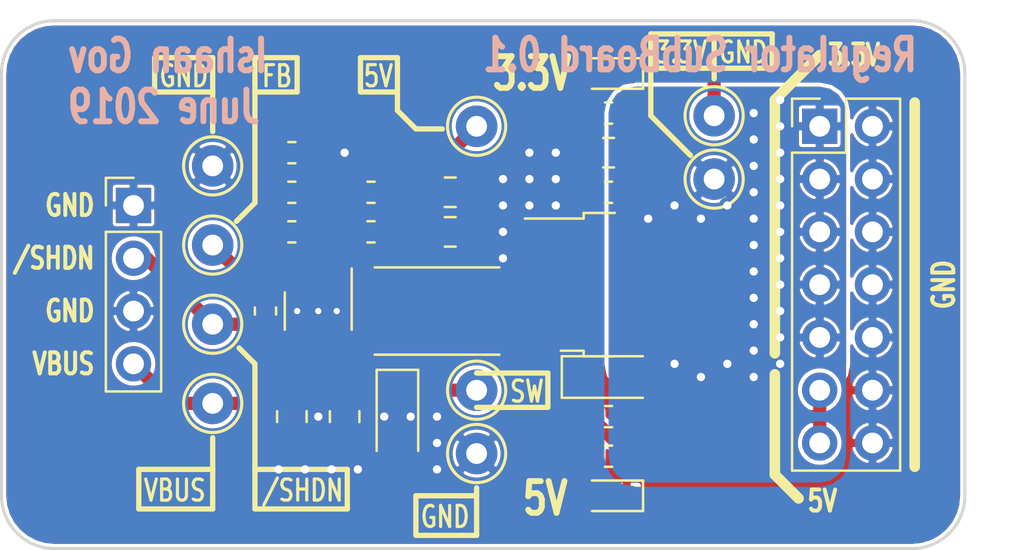
<source format=kicad_pcb>
(kicad_pcb (version 20171130) (host pcbnew "(5.1.2)-2")
  (layers (0 F.Cu signal) (31 B.Cu signal) (34 B.Paste user) (35 F.Paste user) (36 B.SilkS user) (37 F.SilkS user) (38 B.Mask user) (39 F.Mask user) (44 Edge.Cuts user))
  (net 0 "")
  (net 1 VBUS)
  (net 2 GND)
  (net 3 "Net-(C3-Pad1)")
  (net 4 "Net-(C3-Pad2)")
  (net 5 +5V)
  (net 6 +3V3)
  (net 7 "Net-(D2-Pad2)")
  (net 8 "Net-(D3-Pad2)")
  (net 9 "Net-(J1-Pad2)")
  (net 10 "Net-(R2-Pad1)")
  (net 11 "Net-(R2-Pad2)")
  (module Capacitor_SMD:C_0805_2012Metric_Pad1.15x1.40mm_HandSolder (layer F.Cu) (at 97.79 107.95 270)
    (fp_text reference C1 hide)
    (fp_text value 1u)
    (fp_line (start -0.261252 -0.71) (end 0.261252 -0.71) (layer F.SilkS) (width 0.12))
    (fp_line (start -0.261252 0.71) (end 0.261252 0.71) (layer F.SilkS) (width 0.12))
    (pad 1 smd roundrect (at -1.025 0 270) (size 1.15 1.4) (layers F.Cu F.Paste F.Mask) (roundrect_rratio 0.217391) (net 1 VBUS))
    (pad 2 smd roundrect (at 1.025 0 270) (size 1.15 1.4) (layers F.Cu F.Paste F.Mask) (roundrect_rratio 0.217391) (net 2 GND))
  )
  (module Capacitor_SMD:C_0805_2012Metric_Pad1.15x1.40mm_HandSolder (layer F.Cu) (at 95.25 107.95 270)
    (fp_text reference C2 hide)
    (fp_text value 1u)
    (fp_line (start -0.261252 -0.71) (end 0.261252 -0.71) (layer F.SilkS) (width 0.12))
    (fp_line (start -0.261252 0.71) (end 0.261252 0.71) (layer F.SilkS) (width 0.12))
    (pad 1 smd roundrect (at -1.025 0 270) (size 1.15 1.4) (layers F.Cu F.Paste F.Mask) (roundrect_rratio 0.217391) (net 1 VBUS))
    (pad 2 smd roundrect (at 1.025 0 270) (size 1.15 1.4) (layers F.Cu F.Paste F.Mask) (roundrect_rratio 0.217391) (net 2 GND))
  )
  (module Capacitor_SMD:C_0603_1608Metric_Pad1.05x0.95mm_HandSolder (layer F.Cu) (at 99.06 99.06)
    (fp_text reference C3 hide)
    (fp_text value 100n)
    (fp_line (start -0.171267 -0.51) (end 0.171267 -0.51) (layer F.SilkS) (width 0.12))
    (fp_line (start -0.171267 0.51) (end 0.171267 0.51) (layer F.SilkS) (width 0.12))
    (pad 1 smd roundrect (at -0.875 0) (size 1.05 0.95) (layers F.Cu F.Paste F.Mask) (net 3 "Net-(C3-Pad1)"))
    (pad 2 smd roundrect (at 0.875 0) (size 1.05 0.95) (layers F.Cu F.Paste F.Mask) (net 4 "Net-(C3-Pad2)"))
  )
  (module Capacitor_SMD:C_0805_2012Metric_Pad1.15x1.40mm_HandSolder (layer F.Cu) (at 102.87 97.155)
    (fp_text reference C4 hide)
    (fp_text value 4u7)
    (fp_line (start -0.261252 0.71) (end 0.261252 0.71) (layer F.SilkS) (width 0.12))
    (fp_line (start -0.261252 -0.71) (end 0.261252 -0.71) (layer F.SilkS) (width 0.12))
    (pad 2 smd roundrect (at 1.025 0) (size 1.15 1.4) (layers F.Cu F.Paste F.Mask) (roundrect_rratio 0.217391) (net 2 GND))
    (pad 1 smd roundrect (at -1.025 0) (size 1.15 1.4) (layers F.Cu F.Paste F.Mask) (roundrect_rratio 0.217391) (net 5 +5V))
  )
  (module Capacitor_SMD:C_0805_2012Metric_Pad1.15x1.40mm_HandSolder (layer F.Cu) (at 102.87 99.06)
    (fp_text reference C5 hide)
    (fp_text value 4u7)
    (fp_line (start -0.261252 -0.71) (end 0.261252 -0.71) (layer F.SilkS) (width 0.12))
    (fp_line (start -0.261252 0.71) (end 0.261252 0.71) (layer F.SilkS) (width 0.12))
    (pad 1 smd roundrect (at -1.025 0) (size 1.15 1.4) (layers F.Cu F.Paste F.Mask) (roundrect_rratio 0.217391) (net 5 +5V))
    (pad 2 smd roundrect (at 1.025 0) (size 1.15 1.4) (layers F.Cu F.Paste F.Mask) (roundrect_rratio 0.217391) (net 2 GND))
  )
  (module Capacitor_SMD:C_0603_1608Metric_Pad1.05x0.95mm_HandSolder (layer F.Cu) (at 110.49 107.95)
    (fp_text reference C6 hide)
    (fp_text value 100n)
    (fp_line (start -0.171267 0.51) (end 0.171267 0.51) (layer F.SilkS) (width 0.12))
    (fp_line (start -0.171267 -0.51) (end 0.171267 -0.51) (layer F.SilkS) (width 0.12))
    (pad 2 smd roundrect (at 0.875 0) (size 1.05 0.95) (layers F.Cu F.Paste F.Mask) (net 2 GND))
    (pad 1 smd roundrect (at -0.875 0) (size 1.05 0.95) (layers F.Cu F.Paste F.Mask) (net 5 +5V))
  )
  (module Capacitor_SMD:C_0805_2012Metric_Pad1.15x1.40mm_HandSolder (layer F.Cu) (at 110.49 95.25 180)
    (fp_text reference C7 hide)
    (fp_text value 4u7)
    (fp_line (start -0.261252 0.71) (end 0.261252 0.71) (layer F.SilkS) (width 0.12))
    (fp_line (start -0.261252 -0.71) (end 0.261252 -0.71) (layer F.SilkS) (width 0.12))
    (pad 2 smd roundrect (at 1.025 0 180) (size 1.15 1.4) (layers F.Cu F.Paste F.Mask) (roundrect_rratio 0.217391) (net 2 GND))
    (pad 1 smd roundrect (at -1.025 0 180) (size 1.15 1.4) (layers F.Cu F.Paste F.Mask) (roundrect_rratio 0.217391) (net 6 +3V3))
  )
  (module Capacitor_SMD:C_0603_1608Metric_Pad1.05x0.95mm_HandSolder (layer F.Cu) (at 110.49 97.155 180)
    (fp_text reference C8 hide)
    (fp_text value 100n)
    (fp_line (start -0.171267 -0.51) (end 0.171267 -0.51) (layer F.SilkS) (width 0.12))
    (fp_line (start -0.171267 0.51) (end 0.171267 0.51) (layer F.SilkS) (width 0.12))
    (pad 1 smd roundrect (at -0.875 0 180) (size 1.05 0.95) (layers F.Cu F.Paste F.Mask) (net 6 +3V3))
    (pad 2 smd roundrect (at 0.875 0 180) (size 1.05 0.95) (layers F.Cu F.Paste F.Mask) (net 2 GND))
  )
  (module Diode_SMD:D_SOD-123 (layer F.Cu) (at 100.33 107.95 270)
    (fp_text reference D1 hide)
    (fp_text value 80V)
    (fp_line (start -2.25 -1) (end -2.25 1) (layer F.SilkS) (width 0.12))
    (fp_line (start -2.25 1) (end 1.65 1) (layer F.SilkS) (width 0.12))
    (fp_line (start -2.25 -1) (end 1.65 -1) (layer F.SilkS) (width 0.12))
    (pad 1 smd rect (at -1.65 0 270) (size 0.9 1.2) (layers F.Cu F.Paste F.Mask) (net 4 "Net-(C3-Pad2)"))
    (pad 2 smd rect (at 1.65 0 270) (size 0.9 1.2) (layers F.Cu F.Paste F.Mask) (net 2 GND))
  )
  (module LED_SMD:LED_0603_1608Metric_Pad1.05x0.95mm_HandSolder (layer F.Cu) (at 110.49 111.76 180)
    (fp_text reference D2 hide)
    (fp_text value RED)
    (fp_line (start -1.66 0.735) (end 0.8 0.735) (layer F.SilkS) (width 0.12))
    (fp_line (start -1.66 -0.735) (end -1.66 0.735) (layer F.SilkS) (width 0.12))
    (fp_line (start 0.8 -0.735) (end -1.66 -0.735) (layer F.SilkS) (width 0.12))
    (pad 2 smd roundrect (at 0.875 0 180) (size 1.05 0.95) (layers F.Cu F.Paste F.Mask) (net 7 "Net-(D2-Pad2)"))
    (pad 1 smd roundrect (at -0.875 0 180) (size 1.05 0.95) (layers F.Cu F.Paste F.Mask) (net 2 GND))
  )
  (module LED_SMD:LED_0603_1608Metric_Pad1.05x0.95mm_HandSolder (layer F.Cu) (at 110.49 91.44 180)
    (fp_text reference D3 hide)
    (fp_text value RED)
    (fp_line (start 0.8 -0.735) (end -1.66 -0.735) (layer F.SilkS) (width 0.12))
    (fp_line (start -1.66 -0.735) (end -1.66 0.735) (layer F.SilkS) (width 0.12))
    (fp_line (start -1.66 0.735) (end 0.8 0.735) (layer F.SilkS) (width 0.12))
    (pad 1 smd roundrect (at -0.875 0 180) (size 1.05 0.95) (layers F.Cu F.Paste F.Mask) (net 2 GND))
    (pad 2 smd roundrect (at 0.875 0 180) (size 1.05 0.95) (layers F.Cu F.Paste F.Mask) (net 8 "Net-(D3-Pad2)"))
  )
  (module Connector_PinHeader_2.54mm:PinHeader_1x04_P2.54mm_Vertical (layer F.Cu) (at 87.63 97.79)
    (fp_text reference J1 hide)
    (fp_text value Conn_01x04)
    (fp_line (start -1.33 8.95) (end 1.33 8.95) (layer F.SilkS) (width 0.12))
    (fp_line (start -1.33 1.27) (end -1.33 8.95) (layer F.SilkS) (width 0.12))
    (fp_line (start 1.33 1.27) (end 1.33 8.95) (layer F.SilkS) (width 0.12))
    (fp_line (start -1.33 1.27) (end 1.33 1.27) (layer F.SilkS) (width 0.12))
    (fp_line (start -1.33 0) (end -1.33 -1.33) (layer F.SilkS) (width 0.12))
    (fp_line (start -1.33 -1.33) (end 0 -1.33) (layer F.SilkS) (width 0.12))
    (pad 1 thru_hole rect (at 0 0) (size 1.7 1.7) (drill 1) (layers *.Cu *.Mask) (net 2 GND))
    (pad 2 thru_hole oval (at 0 2.54) (size 1.7 1.7) (drill 1) (layers *.Cu *.Mask) (net 9 "Net-(J1-Pad2)"))
    (pad 3 thru_hole oval (at 0 5.08) (size 1.7 1.7) (drill 1) (layers *.Cu *.Mask) (net 2 GND))
    (pad 4 thru_hole oval (at 0 7.62) (size 1.7 1.7) (drill 1) (layers *.Cu *.Mask) (net 1 VBUS))
  )
  (module Connector_PinHeader_2.54mm:PinHeader_2x07_P2.54mm_Vertical (layer F.Cu) (at 120.65 93.98)
    (fp_text reference J2 hide)
    (fp_text value Conn_02x07_Odd_Even)
    (fp_line (start -1.33 16.57) (end 3.87 16.57) (layer F.SilkS) (width 0.12))
    (fp_line (start -1.33 1.27) (end -1.33 16.57) (layer F.SilkS) (width 0.12))
    (fp_line (start 3.87 -1.33) (end 3.87 16.57) (layer F.SilkS) (width 0.12))
    (fp_line (start -1.33 1.27) (end 1.27 1.27) (layer F.SilkS) (width 0.12))
    (fp_line (start 1.27 1.27) (end 1.27 -1.33) (layer F.SilkS) (width 0.12))
    (fp_line (start 1.27 -1.33) (end 3.87 -1.33) (layer F.SilkS) (width 0.12))
    (fp_line (start -1.33 0) (end -1.33 -1.33) (layer F.SilkS) (width 0.12))
    (fp_line (start -1.33 -1.33) (end 0 -1.33) (layer F.SilkS) (width 0.12))
    (pad 1 thru_hole rect (at 0 0) (size 1.7 1.7) (drill 1) (layers *.Cu *.Mask) (net 6 +3V3))
    (pad 2 thru_hole oval (at 2.54 0) (size 1.7 1.7) (drill 1) (layers *.Cu *.Mask) (net 2 GND))
    (pad 3 thru_hole oval (at 0 2.54) (size 1.7 1.7) (drill 1) (layers *.Cu *.Mask) (net 6 +3V3))
    (pad 4 thru_hole oval (at 2.54 2.54) (size 1.7 1.7) (drill 1) (layers *.Cu *.Mask) (net 2 GND))
    (pad 5 thru_hole oval (at 0 5.08) (size 1.7 1.7) (drill 1) (layers *.Cu *.Mask) (net 6 +3V3))
    (pad 6 thru_hole oval (at 2.54 5.08) (size 1.7 1.7) (drill 1) (layers *.Cu *.Mask) (net 2 GND))
    (pad 7 thru_hole oval (at 0 7.62) (size 1.7 1.7) (drill 1) (layers *.Cu *.Mask) (net 6 +3V3))
    (pad 8 thru_hole oval (at 2.54 7.62) (size 1.7 1.7) (drill 1) (layers *.Cu *.Mask) (net 2 GND))
    (pad 9 thru_hole oval (at 0 10.16) (size 1.7 1.7) (drill 1) (layers *.Cu *.Mask) (net 6 +3V3))
    (pad 10 thru_hole oval (at 2.54 10.16) (size 1.7 1.7) (drill 1) (layers *.Cu *.Mask) (net 2 GND))
    (pad 11 thru_hole oval (at 0 12.7) (size 1.7 1.7) (drill 1) (layers *.Cu *.Mask) (net 5 +5V))
    (pad 12 thru_hole oval (at 2.54 12.7) (size 1.7 1.7) (drill 1) (layers *.Cu *.Mask) (net 2 GND))
    (pad 13 thru_hole oval (at 0 15.24) (size 1.7 1.7) (drill 1) (layers *.Cu *.Mask) (net 5 +5V))
    (pad 14 thru_hole oval (at 2.54 15.24) (size 1.7 1.7) (drill 1) (layers *.Cu *.Mask) (net 2 GND))
  )
  (module Inductor_SMD:L_Taiyo-Yuden_NR-40xx_HandSoldering (layer F.Cu) (at 102.235 102.87)
    (fp_text reference L1 hide)
    (fp_text value 47uH)
    (fp_line (start -3 -2.1) (end 3 -2.1) (layer F.SilkS) (width 0.12))
    (fp_line (start -3 2.1) (end 3 2.1) (layer F.SilkS) (width 0.12))
    (pad 1 smd rect (at -1.9 0) (size 2.2 3.9) (layers F.Cu F.Paste F.Mask) (net 4 "Net-(C3-Pad2)"))
    (pad 2 smd rect (at 1.9 0) (size 2.2 3.9) (layers F.Cu F.Paste F.Mask) (net 5 +5V))
  )
  (module Resistor_SMD:R_0603_1608Metric_Pad1.05x0.95mm_HandSolder (layer F.Cu) (at 93.98 102.87 270)
    (fp_text reference R1 hide)
    (fp_text value 1k)
    (fp_line (start -0.171267 0.51) (end 0.171267 0.51) (layer F.SilkS) (width 0.12))
    (fp_line (start -0.171267 -0.51) (end 0.171267 -0.51) (layer F.SilkS) (width 0.12))
    (pad 2 smd roundrect (at 0.875 0 270) (size 1.05 0.95) (layers F.Cu F.Paste F.Mask) (net 9 "Net-(J1-Pad2)"))
    (pad 1 smd roundrect (at -0.875 0 270) (size 1.05 0.95) (layers F.Cu F.Paste F.Mask) (net 2 GND))
  )
  (module Resistor_SMD:R_0603_1608Metric_Pad1.05x0.95mm_HandSolder (layer F.Cu) (at 95.25 97.155)
    (fp_text reference R2 hide)
    (fp_text value 10k)
    (fp_line (start -0.171267 -0.51) (end 0.171267 -0.51) (layer F.SilkS) (width 0.12))
    (fp_line (start -0.171267 0.51) (end 0.171267 0.51) (layer F.SilkS) (width 0.12))
    (pad 1 smd roundrect (at -0.875 0) (size 1.05 0.95) (layers F.Cu F.Paste F.Mask) (net 10 "Net-(R2-Pad1)"))
    (pad 2 smd roundrect (at 0.875 0) (size 1.05 0.95) (layers F.Cu F.Paste F.Mask) (net 11 "Net-(R2-Pad2)"))
  )
  (module Resistor_SMD:R_0603_1608Metric_Pad1.05x0.95mm_HandSolder (layer F.Cu) (at 99.06 97.155)
    (fp_text reference R3 hide)
    (fp_text value 33K)
    (fp_line (start -0.171267 -0.51) (end 0.171267 -0.51) (layer F.SilkS) (width 0.12))
    (fp_line (start -0.171267 0.51) (end 0.171267 0.51) (layer F.SilkS) (width 0.12))
    (pad 1 smd roundrect (at -0.875 0) (size 1.05 0.95) (layers F.Cu F.Paste F.Mask) (net 11 "Net-(R2-Pad2)"))
    (pad 2 smd roundrect (at 0.875 0) (size 1.05 0.95) (layers F.Cu F.Paste F.Mask) (net 5 +5V))
  )
  (module Resistor_SMD:R_0603_1608Metric_Pad1.05x0.95mm_HandSolder (layer F.Cu) (at 95.25 95.25 180)
    (fp_text reference R4 hide)
    (fp_text value 1K)
    (fp_line (start -0.171267 0.51) (end 0.171267 0.51) (layer F.SilkS) (width 0.12))
    (fp_line (start -0.171267 -0.51) (end 0.171267 -0.51) (layer F.SilkS) (width 0.12))
    (pad 2 smd roundrect (at 0.875 0 180) (size 1.05 0.95) (layers F.Cu F.Paste F.Mask) (net 10 "Net-(R2-Pad1)"))
    (pad 1 smd roundrect (at -0.875 0 180) (size 1.05 0.95) (layers F.Cu F.Paste F.Mask) (net 2 GND))
  )
  (module Resistor_SMD:R_0603_1608Metric_Pad1.05x0.95mm_HandSolder (layer F.Cu) (at 95.25 99.06)
    (fp_text reference R5 hide)
    (fp_text value 10k)
    (fp_line (start -0.171267 -0.51) (end 0.171267 -0.51) (layer F.SilkS) (width 0.12))
    (fp_line (start -0.171267 0.51) (end 0.171267 0.51) (layer F.SilkS) (width 0.12))
    (pad 1 smd roundrect (at -0.875 0) (size 1.05 0.95) (layers F.Cu F.Paste F.Mask) (net 10 "Net-(R2-Pad1)"))
    (pad 2 smd roundrect (at 0.875 0) (size 1.05 0.95) (layers F.Cu F.Paste F.Mask) (net 11 "Net-(R2-Pad2)"))
  )
  (module Resistor_SMD:R_0603_1608Metric_Pad1.05x0.95mm_HandSolder (layer F.Cu) (at 110.49 109.855 180)
    (fp_text reference R6 hide)
    (fp_text value 390R)
    (fp_line (start -0.171267 -0.51) (end 0.171267 -0.51) (layer F.SilkS) (width 0.12))
    (fp_line (start -0.171267 0.51) (end 0.171267 0.51) (layer F.SilkS) (width 0.12))
    (pad 1 smd roundrect (at -0.875 0 180) (size 1.05 0.95) (layers F.Cu F.Paste F.Mask) (net 5 +5V))
    (pad 2 smd roundrect (at 0.875 0 180) (size 1.05 0.95) (layers F.Cu F.Paste F.Mask) (net 7 "Net-(D2-Pad2)"))
  )
  (module Resistor_SMD:R_0603_1608Metric_Pad1.05x0.95mm_HandSolder (layer F.Cu) (at 110.49 93.345 180)
    (fp_text reference R7 hide)
    (fp_text value 100R)
    (fp_line (start -0.171267 0.51) (end 0.171267 0.51) (layer F.SilkS) (width 0.12))
    (fp_line (start -0.171267 -0.51) (end 0.171267 -0.51) (layer F.SilkS) (width 0.12))
    (pad 2 smd roundrect (at 0.875 0 180) (size 1.05 0.95) (layers F.Cu F.Paste F.Mask) (net 8 "Net-(D3-Pad2)"))
    (pad 1 smd roundrect (at -0.875 0 180) (size 1.05 0.95) (layers F.Cu F.Paste F.Mask) (net 6 +3V3))
  )
  (module TestPoint:TestPoint_Keystone_5000-5004_Miniature (layer F.Cu) (at 91.44 107.315 90)
    (fp_text reference TP1 hide)
    (fp_text value TestPoint_Probe)
    (fp_circle (center 0 0) (end 1.4 0) (layer F.SilkS) (width 0.15))
    (pad 1 thru_hole circle (at 0 0 90) (size 2 2) (drill 1) (layers *.Cu *.Mask) (net 1 VBUS))
  )
  (module TestPoint:TestPoint_Keystone_5000-5004_Miniature (layer F.Cu) (at 91.44 103.505 90)
    (fp_text reference TP2 hide)
    (fp_text value TestPoint_Probe)
    (fp_circle (center 0 0) (end 1.4 0) (layer F.SilkS) (width 0.15))
    (pad 1 thru_hole circle (at 0 0 90) (size 2 2) (drill 1) (layers *.Cu *.Mask) (net 9 "Net-(J1-Pad2)"))
  )
  (module TestPoint:TestPoint_Keystone_5000-5004_Miniature (layer F.Cu) (at 104.14 106.68 90)
    (fp_text reference TP3 hide)
    (fp_text value TestPoint_Probe)
    (fp_circle (center 0 0) (end 1.4 0) (layer F.SilkS) (width 0.15))
    (pad 1 thru_hole circle (at 0 0 90) (size 2 2) (drill 1) (layers *.Cu *.Mask) (net 4 "Net-(C3-Pad2)"))
  )
  (module TestPoint:TestPoint_Keystone_5000-5004_Miniature (layer F.Cu) (at 91.44 99.695 90)
    (fp_text reference TP4 hide)
    (fp_text value TestPoint_Probe)
    (fp_circle (center 0 0) (end 1.4 0) (layer F.SilkS) (width 0.15))
    (pad 1 thru_hole circle (at 0 0 90) (size 2 2) (drill 1) (layers *.Cu *.Mask) (net 11 "Net-(R2-Pad2)"))
  )
  (module TestPoint:TestPoint_Keystone_5000-5004_Miniature (layer F.Cu) (at 104.14 93.98 270)
    (fp_text reference TP5 hide)
    (fp_text value TestPoint_Probe)
    (fp_circle (center 0 0) (end 1.4 0) (layer F.SilkS) (width 0.15))
    (pad 1 thru_hole circle (at 0 0 270) (size 2 2) (drill 1) (layers *.Cu *.Mask) (net 5 +5V))
  )
  (module TestPoint:TestPoint_Keystone_5000-5004_Miniature (layer F.Cu) (at 115.57 96.52 270)
    (fp_text reference TP6 hide)
    (fp_text value TestPoint_Probe)
    (fp_circle (center 0 0) (end 1.4 0) (layer F.SilkS) (width 0.15))
    (pad 1 thru_hole circle (at 0 0 270) (size 2 2) (drill 1) (layers *.Cu *.Mask) (net 6 +3V3))
  )
  (module Package_TO_SOT_SMD:SOT-23-6_Handsoldering (layer F.Cu) (at 96.52 102.87 270)
    (fp_text reference U1 hide)
    (fp_text value LMR16006)
    (fp_line (start -0.9 1.61) (end 0.9 1.61) (layer F.SilkS) (width 0.12))
    (fp_line (start 0.9 -1.61) (end -2.05 -1.61) (layer F.SilkS) (width 0.12))
    (pad 1 smd rect (at -1.35 -0.95 270) (size 1.56 0.65) (layers F.Cu F.Paste F.Mask) (net 3 "Net-(C3-Pad1)"))
    (pad 2 smd rect (at -1.35 0 270) (size 1.56 0.65) (layers F.Cu F.Paste F.Mask) (net 2 GND))
    (pad 3 smd rect (at -1.35 0.95 270) (size 1.56 0.65) (layers F.Cu F.Paste F.Mask) (net 11 "Net-(R2-Pad2)"))
    (pad 4 smd rect (at 1.35 0.95 270) (size 1.56 0.65) (layers F.Cu F.Paste F.Mask) (net 9 "Net-(J1-Pad2)"))
    (pad 6 smd rect (at 1.35 -0.95 270) (size 1.56 0.65) (layers F.Cu F.Paste F.Mask) (net 4 "Net-(C3-Pad2)"))
    (pad 5 smd rect (at 1.35 0 270) (size 1.56 0.65) (layers F.Cu F.Paste F.Mask) (net 1 VBUS))
  )
  (module Package_TO_SOT_SMD:TO-252-2 (layer F.Cu) (at 111.76 101.6)
    (fp_text reference U2 hide)
    (fp_text value ZLDO1117-33)
    (fp_line (start -0.97 -3.45) (end -2.47 -3.45) (layer F.SilkS) (width 0.12))
    (fp_line (start -2.47 -3.45) (end -2.47 -3.18) (layer F.SilkS) (width 0.12))
    (fp_line (start -2.47 -3.18) (end -5.3 -3.18) (layer F.SilkS) (width 0.12))
    (fp_line (start -0.97 3.45) (end -2.47 3.45) (layer F.SilkS) (width 0.12))
    (fp_line (start -2.47 3.45) (end -2.47 3.18) (layer F.SilkS) (width 0.12))
    (fp_line (start -2.47 3.18) (end -3.57 3.18) (layer F.SilkS) (width 0.12))
    (pad 1 smd rect (at -4.2 -2.28) (size 2.2 1.2) (layers F.Cu F.Paste F.Mask) (net 2 GND))
    (pad 3 smd rect (at -4.2 2.28) (size 2.2 1.2) (layers F.Cu F.Paste F.Mask) (net 5 +5V))
    (pad 2 smd rect (at 2.1 0) (size 6.4 5.8) (layers F.Cu F.Mask) (net 6 +3V3))
  )
  (module TestPoint:TestPoint_Keystone_5000-5004_Miniature (layer F.Cu) (at 91.44 95.885)
    (fp_text reference TP7 hide)
    (fp_text value TestPoint_Probe)
    (fp_circle (center 0 0) (end 1.4 0) (layer F.SilkS) (width 0.15))
    (pad 1 thru_hole circle (at 0 0) (size 2 2) (drill 1) (layers *.Cu *.Mask) (net 2 GND))
  )
  (module TestPoint:TestPoint_Keystone_5000-5004_Miniature (layer F.Cu) (at 115.57 93.472)
    (fp_text reference TP8 hide)
    (fp_text value TestPoint_Probe)
    (fp_circle (center 0 0) (end 1.4 0) (layer F.SilkS) (width 0.15))
    (pad 1 thru_hole circle (at 0 0) (size 2 2) (drill 1) (layers *.Cu *.Mask) (net 2 GND))
  )
  (module TestPoint:TestPoint_Keystone_5000-5004_Miniature (layer F.Cu) (at 104.14 109.728)
    (fp_text reference TP9 hide)
    (fp_text value TestPoint_Probe)
    (fp_circle (center 0 0) (end 1.4 0) (layer F.SilkS) (width 0.15))
    (pad 1 thru_hole circle (at 0 0) (size 2 2) (drill 1) (layers *.Cu *.Mask) (net 2 GND))
  )
  (module Diode_SMD:D_SOD-123 (layer F.Cu) (at 110.49 106.045)
    (fp_text reference D4 hide)
    (fp_text value 1N4448)
    (fp_line (start -2.25 -1) (end -2.25 1) (layer F.SilkS) (width 0.12))
    (fp_line (start -2.25 1) (end 1.65 1) (layer F.SilkS) (width 0.12))
    (fp_line (start -2.25 -1) (end 1.65 -1) (layer F.SilkS) (width 0.12))
    (pad 1 smd rect (at -1.65 0) (size 0.9 1.2) (layers F.Cu F.Paste F.Mask) (net 5 +5V))
    (pad 2 smd rect (at 1.65 0) (size 0.9 1.2) (layers F.Cu F.Paste F.Mask) (net 6 +3V3))
  )
  (gr_text "Ishaan Gov\nJune 2019" (at 84.328 91.821) (layer B.SilkS) (effects (font (size 1.524 1.143) (thickness 0.28575)) (justify right mirror)))
  (gr_text "Regulator SubBoard 0.1\n" (at 125.476 90.551) (layer B.SilkS) (effects (font (size 1.524 1.143) (thickness 0.28575)) (justify left mirror)))
  (gr_line (start 112.522 93.472) (end 114.427 95.377) (layer F.SilkS) (width 0.254))
  (gr_line (start 112.522 91.186) (end 115.57 91.186) (layer F.SilkS) (width 0.254))
  (gr_line (start 115.57 89.535) (end 112.522 89.535) (layer F.SilkS) (width 0.254))
  (gr_line (start 112.522 89.535) (end 112.522 93.472) (layer F.SilkS) (width 0.254))
  (gr_text "3.3V\n" (at 115.316 90.424) (layer F.SilkS) (effects (font (size 1.016 0.762) (thickness 0.1524)) (justify right)))
  (gr_line (start 115.57 91.694) (end 115.57 89.535) (layer F.SilkS) (width 0.254))
  (gr_line (start 118.364 89.535) (end 115.57 89.535) (layer F.SilkS) (width 0.254))
  (gr_line (start 115.57 91.186) (end 118.364 91.186) (layer F.SilkS) (width 0.254))
  (gr_line (start 118.364 89.535) (end 118.364 91.186) (layer F.SilkS) (width 0.254))
  (gr_text GND (at 118.237 90.424) (layer F.SilkS) (effects (font (size 1.016 0.762) (thickness 0.1524)) (justify right)))
  (gr_text 5V (at 107.442 111.887) (layer F.SilkS) (effects (font (size 1.524 1.143) (thickness 0.28575))))
  (gr_text 3.3V (at 106.807 91.44) (layer F.SilkS) (effects (font (size 1.524 1.143) (thickness 0.28575))))
  (gr_text GND (at 126.619 101.6 90) (layer F.SilkS) (effects (font (size 1.016 0.762) (thickness 0.1905))))
  (gr_line (start 125.222 92.837) (end 125.222 110.363) (layer F.SilkS) (width 0.508))
  (gr_text "5V\n" (at 120.777 112.014) (layer F.SilkS) (effects (font (size 1.016 0.762) (thickness 0.1905))))
  (gr_line (start 118.491 110.744) (end 119.634 111.887) (layer F.SilkS) (width 0.508))
  (gr_line (start 118.491 105.918) (end 118.491 110.744) (layer F.SilkS) (width 0.508))
  (gr_text "3.3V\n" (at 122.301 90.551) (layer F.SilkS) (effects (font (size 1.016 0.762) (thickness 0.1905))))
  (gr_line (start 118.491 92.71) (end 120.65 90.551) (layer F.SilkS) (width 0.508))
  (gr_line (start 118.491 104.902) (end 118.491 92.71) (layer F.SilkS) (width 0.508))
  (gr_line (start 104.14 105.8545) (end 107.569 105.8545) (layer F.SilkS) (width 0.254))
  (gr_line (start 107.569 107.5055) (end 104.14 107.5055) (layer F.SilkS) (width 0.254))
  (gr_line (start 107.569 105.8545) (end 107.569 107.5055) (layer F.SilkS) (width 0.254))
  (gr_text SW (at 105.664 106.7435) (layer F.SilkS) (effects (font (size 1.016 0.762) (thickness 0.1524)) (justify left)))
  (gr_line (start 101.219 111.76) (end 104.14 111.76) (layer F.SilkS) (width 0.254))
  (gr_line (start 104.14 113.665) (end 101.219 113.665) (layer F.SilkS) (width 0.254))
  (gr_line (start 101.219 113.665) (end 101.219 111.76) (layer F.SilkS) (width 0.254))
  (gr_line (start 104.14 111.379) (end 104.14 113.284) (layer F.SilkS) (width 0.254))
  (gr_line (start 104.14 113.284) (end 104.14 113.665) (layer F.SilkS) (width 0.254))
  (gr_text GND (at 103.886 112.776) (layer F.SilkS) (effects (font (size 1.016 0.762) (thickness 0.1524)) (justify right)))
  (gr_text 5V (at 100.203 91.567) (layer F.SilkS) (effects (font (size 1.016 0.762) (thickness 0.1524)) (justify right)))
  (gr_line (start 98.552 92.329) (end 100.33 92.329) (layer F.SilkS) (width 0.254))
  (gr_line (start 98.552 90.678) (end 98.552 92.329) (layer F.SilkS) (width 0.254))
  (gr_line (start 100.33 90.678) (end 98.552 90.678) (layer F.SilkS) (width 0.254))
  (gr_line (start 100.33 93.218) (end 100.33 90.678) (layer F.SilkS) (width 0.254))
  (gr_line (start 101.219 94.107) (end 100.33 93.218) (layer F.SilkS) (width 0.254))
  (gr_line (start 102.489 94.107) (end 101.219 94.107) (layer F.SilkS) (width 0.254))
  (gr_line (start 88.646 92.329) (end 91.44 92.329) (layer F.SilkS) (width 0.254))
  (gr_line (start 88.646 90.678) (end 88.646 92.329) (layer F.SilkS) (width 0.254))
  (gr_line (start 91.44 90.678) (end 88.646 90.678) (layer F.SilkS) (width 0.254))
  (gr_text GND (at 91.313 91.567) (layer F.SilkS) (effects (font (size 1.016 0.762) (thickness 0.1524)) (justify right)))
  (gr_line (start 91.44 94.234) (end 91.44 90.678) (layer F.SilkS) (width 0.254))
  (gr_line (start 95.504 92.329) (end 93.472 92.329) (layer F.SilkS) (width 0.254))
  (gr_line (start 95.504 90.678) (end 95.504 92.329) (layer F.SilkS) (width 0.254))
  (gr_line (start 93.472 90.678) (end 95.504 90.678) (layer F.SilkS) (width 0.254))
  (gr_text FB (at 93.726 91.567) (layer F.SilkS) (effects (font (size 1.016 0.762) (thickness 0.1524)) (justify left)))
  (gr_line (start 93.472 97.663) (end 93.472 90.678) (layer F.SilkS) (width 0.254))
  (gr_line (start 92.583 98.552) (end 93.472 97.663) (layer F.SilkS) (width 0.254))
  (gr_line (start 97.917 110.49) (end 93.472 110.49) (layer F.SilkS) (width 0.254))
  (gr_line (start 97.917 112.395) (end 97.917 110.49) (layer F.SilkS) (width 0.254))
  (gr_line (start 93.472 112.395) (end 97.917 112.395) (layer F.SilkS) (width 0.254))
  (gr_line (start 87.884 110.49) (end 91.44 110.49) (layer F.SilkS) (width 0.254))
  (gr_line (start 87.884 112.395) (end 87.884 110.49) (layer F.SilkS) (width 0.254))
  (gr_line (start 91.44 112.395) (end 87.884 112.395) (layer F.SilkS) (width 0.254))
  (gr_line (start 91.44 112.014) (end 91.44 112.395) (layer F.SilkS) (width 0.254))
  (gr_text VBUS (at 91.186 111.506) (layer F.SilkS) (effects (font (size 1.016 0.762) (thickness 0.1524)) (justify right)))
  (gr_line (start 91.44 108.966) (end 91.44 112.014) (layer F.SilkS) (width 0.254))
  (gr_text /SHDN (at 93.726 111.506) (layer F.SilkS) (effects (font (size 1.016 0.762) (thickness 0.1524)) (justify left)))
  (gr_line (start 93.472 105.41) (end 93.472 112.395) (layer F.SilkS) (width 0.254))
  (gr_line (start 92.71 104.648) (end 93.472 105.41) (layer F.SilkS) (width 0.254))
  (gr_text VBUS (at 85.852 105.41) (layer F.SilkS) (effects (font (size 1.016 0.762) (thickness 0.1905)) (justify right)))
  (gr_text GND (at 85.852 102.87) (layer F.SilkS) (effects (font (size 1.016 0.762) (thickness 0.1905)) (justify right)))
  (gr_text GND (at 85.852 97.79) (layer F.SilkS) (effects (font (size 1.016 0.762) (thickness 0.1905)) (justify right)))
  (gr_text /SHDN (at 85.852 100.33) (layer F.SilkS) (effects (font (size 1.016 0.762) (thickness 0.1905)) (justify right)))
  (gr_line (start 81.28 111.76) (end 81.28 91.44) (layer Edge.Cuts) (width 0.15))
  (gr_line (start 125.095 114.3) (end 83.82 114.3) (layer Edge.Cuts) (width 0.15))
  (gr_line (start 127.635 91.44) (end 127.635 111.76) (layer Edge.Cuts) (width 0.15))
  (gr_line (start 83.82 88.9) (end 125.095 88.9) (layer Edge.Cuts) (width 0.15))
  (gr_arc (start 83.82 91.44) (end 83.82 88.9) (angle -90) (layer Edge.Cuts) (width 0.15))
  (gr_arc (start 83.82 111.76) (end 81.28 111.76) (angle -90) (layer Edge.Cuts) (width 0.15))
  (gr_arc (start 125.095 111.76) (end 125.095 114.3) (angle -90) (layer Edge.Cuts) (width 0.15))
  (gr_arc (start 125.095 91.44) (end 127.635 91.44) (angle -90) (layer Edge.Cuts) (width 0.15))
  (segment (start 96.52 104.22) (end 96.52 106.925) (width 0.635) (layer F.Cu) (net 1))
  (segment (start 95.25 106.925) (end 96.52 106.925) (width 0.635) (layer F.Cu) (net 1))
  (segment (start 96.52 106.925) (end 97.79 106.925) (width 0.635) (layer F.Cu) (net 1))
  (segment (start 89.535 107.315) (end 87.63 105.41) (width 0.635) (layer F.Cu) (net 1))
  (segment (start 91.44 107.315) (end 89.535 107.315) (width 0.635) (layer F.Cu) (net 1))
  (segment (start 93.345 107.315) (end 91.44 107.315) (width 0.635) (layer F.Cu) (net 1))
  (segment (start 95.25 106.925) (end 93.735 106.925) (width 0.635) (layer F.Cu) (net 1))
  (segment (start 93.735 106.925) (end 93.345 107.315) (width 0.635) (layer F.Cu) (net 1))
  (via (at 96.52 107.95) (size 0.8) (drill 0.4) (layers F.Cu B.Cu) (net 2))
  (via (at 94.615 110.49) (size 0.8) (drill 0.4) (layers F.Cu B.Cu) (net 2))
  (via (at 95.885 110.49) (size 0.8) (drill 0.4) (layers F.Cu B.Cu) (net 2))
  (via (at 97.155 110.49) (size 0.8) (drill 0.4) (layers F.Cu B.Cu) (net 2))
  (via (at 98.425 110.49) (size 0.8) (drill 0.4) (layers F.Cu B.Cu) (net 2))
  (via (at 99.695 107.95) (size 0.8) (drill 0.4) (layers F.Cu B.Cu) (net 2))
  (via (at 100.965 107.95) (size 0.8) (drill 0.4) (layers F.Cu B.Cu) (net 2))
  (via (at 97.79 95.25) (size 0.8) (drill 0.4) (layers F.Cu B.Cu) (net 2))
  (via (at 105.41 96.52) (size 0.8) (drill 0.4) (layers F.Cu B.Cu) (net 2))
  (via (at 105.41 97.79) (size 0.8) (drill 0.4) (layers F.Cu B.Cu) (net 2))
  (via (at 105.41 99.06) (size 0.8) (drill 0.4) (layers F.Cu B.Cu) (net 2))
  (via (at 105.41 100.33) (size 0.8) (drill 0.4) (layers F.Cu B.Cu) (net 2))
  (via (at 106.68 97.79) (size 0.8) (drill 0.4) (layers F.Cu B.Cu) (net 2))
  (via (at 107.95 97.79) (size 0.8) (drill 0.4) (layers F.Cu B.Cu) (net 2))
  (via (at 107.95 96.52) (size 0.8) (drill 0.4) (layers F.Cu B.Cu) (net 2))
  (via (at 106.68 96.52) (size 0.8) (drill 0.4) (layers F.Cu B.Cu) (net 2))
  (via (at 107.95 95.25) (size 0.8) (drill 0.4) (layers F.Cu B.Cu) (net 2))
  (via (at 106.68 95.25) (size 0.8) (drill 0.4) (layers F.Cu B.Cu) (net 2))
  (via (at 102.235 107.95) (size 0.8) (drill 0.4) (layers F.Cu B.Cu) (net 2))
  (via (at 102.235 109.22) (size 0.8) (drill 0.4) (layers F.Cu B.Cu) (net 2))
  (via (at 102.235 110.49) (size 0.8) (drill 0.4) (layers F.Cu B.Cu) (net 2))
  (segment (start 115.57 93.472) (end 115.57 92.057787) (width 0.635) (layer F.Cu) (net 2))
  (segment (start 115.57 92.057787) (end 115.57 91.313) (width 0.635) (layer F.Cu) (net 2))
  (via (at 96.52 102.87) (size 0.6) (drill 0.3) (layers F.Cu B.Cu) (net 2))
  (via (at 97.409 102.87) (size 0.6) (drill 0.3) (layers F.Cu B.Cu) (net 2))
  (via (at 95.504 102.87) (size 0.6) (drill 0.3) (layers F.Cu B.Cu) (net 2))
  (segment (start 97.47 99.775) (end 98.185 99.06) (width 0.635) (layer F.Cu) (net 3))
  (segment (start 97.47 101.52) (end 97.47 99.775) (width 0.635) (layer F.Cu) (net 3))
  (segment (start 100.25 104.22) (end 97.47 104.22) (width 0.635) (layer F.Cu) (net 4))
  (segment (start 100.335 102.87) (end 100.335 104.135) (width 0.635) (layer F.Cu) (net 4))
  (segment (start 100.335 104.135) (end 100.25 104.22) (width 0.635) (layer F.Cu) (net 4))
  (segment (start 99.935 101.84) (end 99.935 99.06) (width 0.635) (layer F.Cu) (net 4))
  (segment (start 100.335 102.87) (end 100.335 102.24) (width 0.635) (layer F.Cu) (net 4))
  (segment (start 100.335 102.24) (end 99.935 101.84) (width 0.635) (layer F.Cu) (net 4))
  (segment (start 100.33 102.875) (end 100.335 102.87) (width 0.635) (layer F.Cu) (net 4))
  (segment (start 100.33 106.3) (end 100.33 102.875) (width 0.635) (layer F.Cu) (net 4))
  (segment (start 100.33 106.3) (end 101.855 106.3) (width 0.635) (layer F.Cu) (net 4))
  (segment (start 102.235 106.68) (end 104.14 106.68) (width 0.635) (layer F.Cu) (net 4))
  (segment (start 101.855 106.3) (end 102.235 106.68) (width 0.635) (layer F.Cu) (net 4))
  (segment (start 99.935 97.155) (end 101.845 97.155) (width 0.635) (layer F.Cu) (net 5))
  (segment (start 101.845 97.155) (end 101.845 99.06) (width 0.635) (layer F.Cu) (net 5))
  (segment (start 101.845 99.94) (end 101.845 99.06) (width 0.635) (layer F.Cu) (net 5))
  (segment (start 104.135 102.87) (end 104.135 102.23) (width 0.635) (layer F.Cu) (net 5))
  (segment (start 104.135 102.23) (end 101.845 99.94) (width 0.635) (layer F.Cu) (net 5))
  (segment (start 107.56 103.88) (end 107.055 103.88) (width 0.635) (layer F.Cu) (net 5))
  (segment (start 106.045 102.87) (end 104.135 102.87) (width 0.635) (layer F.Cu) (net 5))
  (segment (start 107.055 103.88) (end 106.045 102.87) (width 0.635) (layer F.Cu) (net 5))
  (segment (start 107.56 104.004) (end 107.56 103.88) (width 0.635) (layer F.Cu) (net 5))
  (segment (start 101.845 96.275) (end 104.14 93.98) (width 0.635) (layer F.Cu) (net 5))
  (segment (start 101.845 97.155) (end 101.845 96.275) (width 0.635) (layer F.Cu) (net 5))
  (segment (start 107.95 107.95) (end 109.615 107.95) (width 0.635) (layer F.Cu) (net 5))
  (segment (start 107.56 107.56) (end 107.95 107.95) (width 0.635) (layer F.Cu) (net 5))
  (segment (start 108.84 106.045) (end 107.56 106.045) (width 0.635) (layer F.Cu) (net 5))
  (segment (start 107.56 103.88) (end 107.56 106.045) (width 0.635) (layer F.Cu) (net 5))
  (segment (start 107.56 106.045) (end 107.56 107.56) (width 0.635) (layer F.Cu) (net 5))
  (segment (start 111.365 109.7) (end 109.615 107.95) (width 0.635) (layer F.Cu) (net 5))
  (segment (start 111.365 109.855) (end 111.365 109.7) (width 0.635) (layer F.Cu) (net 5))
  (segment (start 120.65 106.68) (end 120.65 107.95) (width 0.635) (layer F.Cu) (net 5))
  (segment (start 120.65 107.95) (end 120.65 109.22) (width 0.635) (layer F.Cu) (net 5))
  (segment (start 115.57 107.95) (end 120.65 107.95) (width 0.635) (layer F.Cu) (net 5))
  (segment (start 111.365 109.855) (end 113.665 109.855) (width 0.635) (layer F.Cu) (net 5))
  (segment (start 113.665 109.855) (end 115.57 107.95) (width 0.635) (layer F.Cu) (net 5))
  (via (at 118.745 92.71) (size 0.8) (drill 0.4) (layers F.Cu B.Cu) (net 6))
  (via (at 117.475 93.345) (size 0.8) (drill 0.4) (layers F.Cu B.Cu) (net 6))
  (via (at 117.475 95.885) (size 0.8) (drill 0.4) (layers F.Cu B.Cu) (net 6))
  (via (at 118.745 96.52) (size 0.8) (drill 0.4) (layers F.Cu B.Cu) (net 6))
  (via (at 118.745 97.79) (size 0.8) (drill 0.4) (layers F.Cu B.Cu) (net 6))
  (via (at 118.745 99.06) (size 0.8) (drill 0.4) (layers F.Cu B.Cu) (net 6))
  (via (at 118.745 100.33) (size 0.8) (drill 0.4) (layers F.Cu B.Cu) (net 6))
  (via (at 118.745 101.6) (size 0.8) (drill 0.4) (layers F.Cu B.Cu) (net 6))
  (via (at 118.745 102.87) (size 0.8) (drill 0.4) (layers F.Cu B.Cu) (net 6))
  (via (at 118.745 104.14) (size 0.8) (drill 0.4) (layers F.Cu B.Cu) (net 6))
  (via (at 118.745 105.41) (size 0.8) (drill 0.4) (layers F.Cu B.Cu) (net 6))
  (via (at 117.475 106.045) (size 0.8) (drill 0.4) (layers F.Cu B.Cu) (net 6))
  (via (at 117.475 104.775) (size 0.8) (drill 0.4) (layers F.Cu B.Cu) (net 6))
  (via (at 117.475 103.505) (size 0.8) (drill 0.4) (layers F.Cu B.Cu) (net 6))
  (via (at 117.475 102.235) (size 0.8) (drill 0.4) (layers F.Cu B.Cu) (net 6))
  (via (at 117.475 100.965) (size 0.8) (drill 0.4) (layers F.Cu B.Cu) (net 6))
  (via (at 117.475 99.695) (size 0.8) (drill 0.4) (layers F.Cu B.Cu) (net 6))
  (via (at 117.475 98.425) (size 0.8) (drill 0.4) (layers F.Cu B.Cu) (net 6))
  (via (at 117.475 97.155) (size 0.8) (drill 0.4) (layers F.Cu B.Cu) (net 6))
  (via (at 116.205 105.41) (size 0.8) (drill 0.4) (layers F.Cu B.Cu) (net 6))
  (via (at 114.935 106.045) (size 0.8) (drill 0.4) (layers F.Cu B.Cu) (net 6))
  (via (at 113.665 105.41) (size 0.8) (drill 0.4) (layers F.Cu B.Cu) (net 6))
  (via (at 114.935 98.425) (size 0.8) (drill 0.4) (layers F.Cu B.Cu) (net 6))
  (via (at 113.665 97.79) (size 0.8) (drill 0.4) (layers F.Cu B.Cu) (net 6))
  (via (at 112.395 98.425) (size 0.8) (drill 0.4) (layers F.Cu B.Cu) (net 6))
  (via (at 116.205 97.79) (size 0.8) (drill 0.4) (layers F.Cu B.Cu) (net 6))
  (via (at 117.475 94.615) (size 0.8) (drill 0.4) (layers F.Cu B.Cu) (net 6))
  (via (at 118.745 95.25) (size 0.8) (drill 0.4) (layers F.Cu B.Cu) (net 6))
  (via (at 118.745 93.98) (size 0.8) (drill 0.4) (layers F.Cu B.Cu) (net 6))
  (segment (start 109.615 109.855) (end 109.615 111.76) (width 0.635) (layer F.Cu) (net 7))
  (segment (start 109.615 91.44) (end 109.615 93.345) (width 0.635) (layer F.Cu) (net 8))
  (segment (start 94.455 104.22) (end 93.98 103.745) (width 0.635) (layer F.Cu) (net 9))
  (segment (start 95.57 104.22) (end 94.455 104.22) (width 0.635) (layer F.Cu) (net 9))
  (segment (start 88.265 100.33) (end 87.63 100.33) (width 0.635) (layer F.Cu) (net 9))
  (segment (start 91.44 103.505) (end 88.265 100.33) (width 0.635) (layer F.Cu) (net 9))
  (segment (start 92.71 103.505) (end 91.44 103.505) (width 0.635) (layer F.Cu) (net 9))
  (segment (start 93.98 103.745) (end 92.95 103.745) (width 0.635) (layer F.Cu) (net 9))
  (segment (start 92.95 103.745) (end 92.71 103.505) (width 0.635) (layer F.Cu) (net 9))
  (segment (start 94.375 99.06) (end 94.375 97.155) (width 0.635) (layer F.Cu) (net 10))
  (segment (start 94.375 97.155) (end 94.375 95.25) (width 0.635) (layer F.Cu) (net 10))
  (segment (start 96.125 97.155) (end 96.125 99.06) (width 0.635) (layer F.Cu) (net 11))
  (segment (start 96.125 97.155) (end 98.185 97.155) (width 0.635) (layer F.Cu) (net 11))
  (segment (start 95.57 99.615) (end 96.125 99.06) (width 0.635) (layer F.Cu) (net 11))
  (segment (start 95.57 101.52) (end 95.57 100.33) (width 0.635) (layer F.Cu) (net 11))
  (segment (start 95.57 100.33) (end 95.57 99.615) (width 0.635) (layer F.Cu) (net 11))
  (segment (start 95.57 100.965) (end 95.57 100.33) (width 0.635) (layer F.Cu) (net 11))
  (segment (start 93.417254 100.965) (end 93.429764 100.95249) (width 0.635) (layer F.Cu) (net 11))
  (segment (start 93.429764 100.95249) (end 94.530236 100.95249) (width 0.635) (layer F.Cu) (net 11))
  (segment (start 92.71 100.965) (end 93.417254 100.965) (width 0.635) (layer F.Cu) (net 11))
  (segment (start 94.530236 100.95249) (end 94.542746 100.965) (width 0.635) (layer F.Cu) (net 11))
  (segment (start 91.44 99.695) (end 92.71 100.965) (width 0.635) (layer F.Cu) (net 11))
  (segment (start 94.542746 100.965) (end 95.57 100.965) (width 0.635) (layer F.Cu) (net 11))
  (zone (net 2) (net_name GND) (layer F.Cu) (connect_pads (clearance 0.1524)) (min_thickness 0.1524) (fill yes (arc_segments 16) (thermal_gap 0.1524) (thermal_bridge_width 0.381))
    (polygon (pts (xy 81.28 88.9) (xy 127.635 88.9) (xy 127.635 114.3) (xy 81.28 114.3)))
  )
  (zone (net 6) (net_name +3V3) (layer F.Cu) (priority 1) (connect_pads (clearance 0.1524)) (min_thickness 0.1524) (fill yes (arc_segments 16) (thermal_gap 0.1524) (thermal_bridge_width 0.381) (smoothing fillet) (radius 1.27))
    (polygon (pts (xy 110.49 92.075) (xy 121.92 92.075) (xy 121.92 106.68) (xy 117.475 106.68) (xy 116.84 106.68) (xy 110.49 106.68)))
  )
  (zone (net 2) (net_name GND) (layer B.Cu) (connect_pads (clearance 0.1524)) (min_thickness 0.1524) (fill yes (arc_segments 16) (thermal_gap 0.1524) (thermal_bridge_width 0.381) (smoothing fillet) (radius 1.27))
    (polygon (pts (xy 81.28 88.9) (xy 127.635 88.9) (xy 127.635 114.3) (xy 81.28 114.3)))
  )
  (zone (net 6) (net_name +3V3) (layer B.Cu) (priority 1) (connect_pads (clearance 0.1524)) (min_thickness 0.1524) (fill yes (arc_segments 16) (thermal_gap 0.1524) (thermal_bridge_width 0.381) (smoothing fillet) (radius 1.27))
    (polygon (pts (xy 110.49 92.075) (xy 121.92 92.075) (xy 121.92 111.125) (xy 110.49 111.125)))
  )
)
</source>
